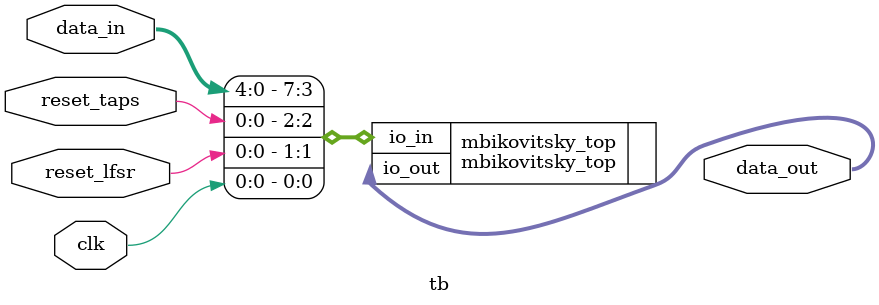
<source format=v>
`default_nettype none
`timescale 1ns/1ps

module tb (
    input clk,
    input reset_lfsr,
    input reset_taps,
    input [4:0] data_in,
    output [7:0] data_out
);

    initial begin
        $dumpfile ("tb.vcd");
        $dumpvars (0, tb);
        #1;
    end

    mbikovitsky_top mbikovitsky_top (
        .io_in ({data_in, reset_taps, reset_lfsr, clk}),
        .io_out (data_out)
    );

endmodule

</source>
